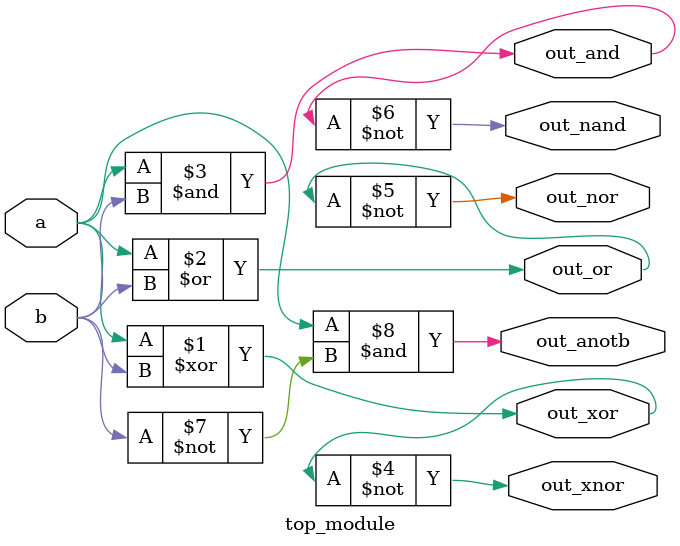
<source format=v>

module top_module( 
    input a, b,
    output out_and,
    output out_or,
    output out_xor,
    output out_nand,
    output out_nor,
    output out_xnor,
    output out_anotb
);

    assign {out_and, out_or, out_xor} = {a&b, a|b, a^b};
    assign {out_nand, out_nor, out_xnor} = {~out_and, ~out_or, ~out_xor};
    assign out_anotb = a&~b;
    
endmodule
</source>
